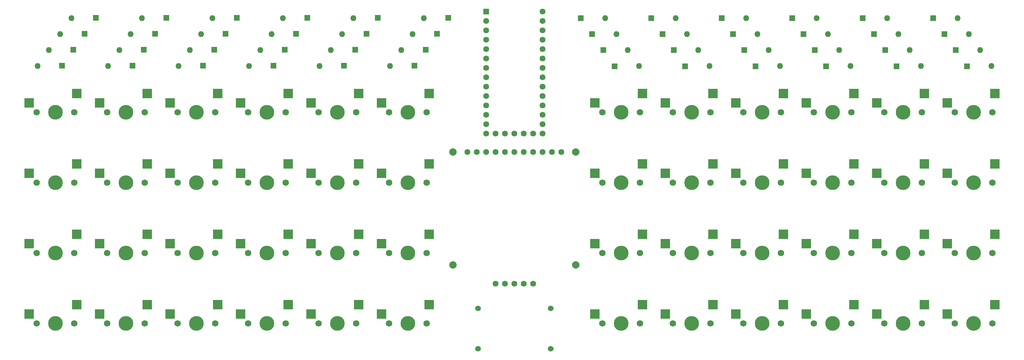
<source format=gbs>
%TF.GenerationSoftware,KiCad,Pcbnew,(6.0.4-0)*%
%TF.CreationDate,2022-06-19T23:04:27+01:00*%
%TF.ProjectId,slimy,736c696d-792e-46b6-9963-61645f706362,rev?*%
%TF.SameCoordinates,Original*%
%TF.FileFunction,Soldermask,Bot*%
%TF.FilePolarity,Negative*%
%FSLAX46Y46*%
G04 Gerber Fmt 4.6, Leading zero omitted, Abs format (unit mm)*
G04 Created by KiCad (PCBNEW (6.0.4-0)) date 2022-06-19 23:04:27*
%MOMM*%
%LPD*%
G01*
G04 APERTURE LIST*
%ADD10R,2.550000X2.500000*%
%ADD11C,1.750000*%
%ADD12C,3.987800*%
%ADD13R,1.600000X1.600000*%
%ADD14O,1.600000X1.600000*%
%ADD15C,1.524000*%
%ADD16C,1.600000*%
%ADD17C,2.000000*%
G04 APERTURE END LIST*
D10*
%TO.C,K35*%
X288440800Y-149885400D03*
D11*
X287705800Y-154965400D03*
D10*
X275540800Y-152425400D03*
D12*
X282625800Y-154965400D03*
D11*
X277545800Y-154965400D03*
%TD*%
D10*
%TO.C,K31*%
X269390800Y-149885400D03*
D11*
X268655800Y-154965400D03*
D10*
X256490800Y-152425400D03*
D12*
X263575800Y-154965400D03*
D11*
X258495800Y-154965400D03*
%TD*%
D10*
%TO.C,K12*%
X135531200Y-168935400D03*
D11*
X134796200Y-174015400D03*
D10*
X122631200Y-171475400D03*
D12*
X129716200Y-174015400D03*
D11*
X124636200Y-174015400D03*
%TD*%
D10*
%TO.C,K19*%
X173631200Y-149885400D03*
D11*
X172896200Y-154965400D03*
D10*
X160731200Y-152425400D03*
D12*
X167816200Y-154965400D03*
D11*
X162736200Y-154965400D03*
%TD*%
D10*
%TO.C,K45*%
X345590800Y-111785400D03*
D11*
X344855800Y-116865400D03*
D10*
X332690800Y-114325400D03*
D12*
X339775800Y-116865400D03*
D11*
X334695800Y-116865400D03*
%TD*%
D10*
%TO.C,K9*%
X135531200Y-111785400D03*
D11*
X134796200Y-116865400D03*
D10*
X122631200Y-114325400D03*
D12*
X129716200Y-116865400D03*
D11*
X124636200Y-116865400D03*
%TD*%
D10*
%TO.C,K20*%
X173631200Y-168935400D03*
D11*
X172896200Y-174015400D03*
D10*
X160731200Y-171475400D03*
D12*
X167816200Y-174015400D03*
D11*
X162736200Y-174015400D03*
%TD*%
D10*
%TO.C,K44*%
X326540800Y-168935400D03*
D11*
X325805800Y-174015400D03*
D10*
X313640800Y-171475400D03*
D12*
X320725800Y-174015400D03*
D11*
X315645800Y-174015400D03*
%TD*%
D10*
%TO.C,K4*%
X97431200Y-168935400D03*
D11*
X96696200Y-174015400D03*
D10*
X84531200Y-171475400D03*
D12*
X91616200Y-174015400D03*
D11*
X86536200Y-174015400D03*
%TD*%
D10*
%TO.C,K39*%
X307490800Y-149885400D03*
D11*
X306755800Y-154965400D03*
D10*
X294590800Y-152425400D03*
D12*
X301675800Y-154965400D03*
D11*
X296595800Y-154965400D03*
%TD*%
D10*
%TO.C,K5*%
X116481200Y-111785400D03*
D11*
X115746200Y-116865400D03*
D10*
X103581200Y-114325400D03*
D12*
X110666200Y-116865400D03*
D11*
X105586200Y-116865400D03*
%TD*%
D10*
%TO.C,K16*%
X154581200Y-168935400D03*
D11*
X153846200Y-174015400D03*
D10*
X141681200Y-171475400D03*
D12*
X148766200Y-174015400D03*
D11*
X143686200Y-174015400D03*
%TD*%
D10*
%TO.C,K47*%
X345590800Y-149885400D03*
D11*
X344855800Y-154965400D03*
D10*
X332690800Y-152425400D03*
D12*
X339775800Y-154965400D03*
D11*
X334695800Y-154965400D03*
%TD*%
D10*
%TO.C,K7*%
X116481200Y-149885400D03*
D11*
X115746200Y-154965400D03*
D10*
X103581200Y-152425400D03*
D12*
X110666200Y-154965400D03*
D11*
X105586200Y-154965400D03*
%TD*%
D10*
%TO.C,K24*%
X192681200Y-168935400D03*
D11*
X191946200Y-174015400D03*
D10*
X179781200Y-171475400D03*
D12*
X186866200Y-174015400D03*
D11*
X181786200Y-174015400D03*
%TD*%
D10*
%TO.C,K30*%
X269390800Y-130835400D03*
D11*
X268655800Y-135915400D03*
D10*
X256490800Y-133375400D03*
D12*
X263575800Y-135915400D03*
D11*
X258495800Y-135915400D03*
%TD*%
D10*
%TO.C,K41*%
X326540800Y-111785400D03*
D11*
X325805800Y-116865400D03*
D10*
X313640800Y-114325400D03*
D12*
X320725800Y-116865400D03*
D11*
X315645800Y-116865400D03*
%TD*%
D10*
%TO.C,K25*%
X250340800Y-111785400D03*
D11*
X249605800Y-116865400D03*
D10*
X237440800Y-114325400D03*
D12*
X244525800Y-116865400D03*
D11*
X239445800Y-116865400D03*
%TD*%
D10*
%TO.C,K6*%
X116481200Y-130835400D03*
D11*
X115746200Y-135915400D03*
D10*
X103581200Y-133375400D03*
D12*
X110666200Y-135915400D03*
D11*
X105586200Y-135915400D03*
%TD*%
D10*
%TO.C,K14*%
X154581200Y-130835400D03*
D11*
X153846200Y-135915400D03*
D10*
X141681200Y-133375400D03*
D12*
X148766200Y-135915400D03*
D11*
X143686200Y-135915400D03*
%TD*%
D10*
%TO.C,K3*%
X97431200Y-149885400D03*
D11*
X96696200Y-154965400D03*
D10*
X84531200Y-152425400D03*
D12*
X91616200Y-154965400D03*
D11*
X86536200Y-154965400D03*
%TD*%
D10*
%TO.C,K48*%
X345590800Y-168935400D03*
D11*
X344855800Y-174015400D03*
D10*
X332690800Y-171475400D03*
D12*
X339775800Y-174015400D03*
D11*
X334695800Y-174015400D03*
%TD*%
D10*
%TO.C,K38*%
X307490800Y-130835400D03*
D11*
X306755800Y-135915400D03*
D10*
X294590800Y-133375400D03*
D12*
X301675800Y-135915400D03*
D11*
X296595800Y-135915400D03*
%TD*%
D10*
%TO.C,K32*%
X269390800Y-168935400D03*
D11*
X268655800Y-174015400D03*
D10*
X256490800Y-171475400D03*
D12*
X263575800Y-174015400D03*
D11*
X258495800Y-174015400D03*
%TD*%
D10*
%TO.C,K29*%
X269390800Y-111785400D03*
D11*
X268655800Y-116865400D03*
D10*
X256490800Y-114325400D03*
D12*
X263575800Y-116865400D03*
D11*
X258495800Y-116865400D03*
%TD*%
D10*
%TO.C,K26*%
X250340800Y-130835400D03*
D11*
X249605800Y-135915400D03*
D10*
X237440800Y-133375400D03*
D12*
X244525800Y-135915400D03*
D11*
X239445800Y-135915400D03*
%TD*%
D10*
%TO.C,K10*%
X135531200Y-130835400D03*
D11*
X134796200Y-135915400D03*
D10*
X122631200Y-133375400D03*
D12*
X129716200Y-135915400D03*
D11*
X124636200Y-135915400D03*
%TD*%
D10*
%TO.C,K18*%
X173631200Y-130835400D03*
D11*
X172896200Y-135915400D03*
D10*
X160731200Y-133375400D03*
D12*
X167816200Y-135915400D03*
D11*
X162736200Y-135915400D03*
%TD*%
D10*
%TO.C,K43*%
X326540800Y-149885400D03*
D11*
X325805800Y-154965400D03*
D10*
X313640800Y-152425400D03*
D12*
X320725800Y-154965400D03*
D11*
X315645800Y-154965400D03*
%TD*%
D10*
%TO.C,K1*%
X97431200Y-111785400D03*
D11*
X96696200Y-116865400D03*
D10*
X84531200Y-114325400D03*
D12*
X91616200Y-116865400D03*
D11*
X86536200Y-116865400D03*
%TD*%
D10*
%TO.C,K15*%
X154581200Y-149885400D03*
D11*
X153846200Y-154965400D03*
D10*
X141681200Y-152425400D03*
D12*
X148766200Y-154965400D03*
D11*
X143686200Y-154965400D03*
%TD*%
D10*
%TO.C,K33*%
X288440800Y-111785400D03*
D11*
X287705800Y-116865400D03*
D10*
X275540800Y-114325400D03*
D12*
X282625800Y-116865400D03*
D11*
X277545800Y-116865400D03*
%TD*%
D10*
%TO.C,K23*%
X192681200Y-149885400D03*
D11*
X191946200Y-154965400D03*
D10*
X179781200Y-152425400D03*
D12*
X186866200Y-154965400D03*
D11*
X181786200Y-154965400D03*
%TD*%
D10*
%TO.C,K11*%
X135531200Y-149885400D03*
D11*
X134796200Y-154965400D03*
D10*
X122631200Y-152425400D03*
D12*
X129716200Y-154965400D03*
D11*
X124636200Y-154965400D03*
%TD*%
D10*
%TO.C,K27*%
X250340800Y-149885400D03*
D11*
X249605800Y-154965400D03*
D10*
X237440800Y-152425400D03*
D12*
X244525800Y-154965400D03*
D11*
X239445800Y-154965400D03*
%TD*%
D10*
%TO.C,K8*%
X116481200Y-168935400D03*
D11*
X115746200Y-174015400D03*
D10*
X103581200Y-171475400D03*
D12*
X110666200Y-174015400D03*
D11*
X105586200Y-174015400D03*
%TD*%
D10*
%TO.C,K2*%
X97431200Y-130835400D03*
D11*
X96696200Y-135915400D03*
D10*
X84531200Y-133375400D03*
D12*
X91616200Y-135915400D03*
D11*
X86536200Y-135915400D03*
%TD*%
D10*
%TO.C,K36*%
X288440800Y-168935400D03*
D11*
X287705800Y-174015400D03*
D10*
X275540800Y-171475400D03*
D12*
X282625800Y-174015400D03*
D11*
X277545800Y-174015400D03*
%TD*%
D10*
%TO.C,K13*%
X154581200Y-111785400D03*
D11*
X153846200Y-116865400D03*
D10*
X141681200Y-114325400D03*
D12*
X148766200Y-116865400D03*
D11*
X143686200Y-116865400D03*
%TD*%
D10*
%TO.C,K42*%
X326540800Y-130835400D03*
D11*
X325805800Y-135915400D03*
D10*
X313640800Y-133375400D03*
D12*
X320725800Y-135915400D03*
D11*
X315645800Y-135915400D03*
%TD*%
D10*
%TO.C,K34*%
X288440800Y-130835400D03*
D11*
X287705800Y-135915400D03*
D10*
X275540800Y-133375400D03*
D12*
X282625800Y-135915400D03*
D11*
X277545800Y-135915400D03*
%TD*%
D10*
%TO.C,K40*%
X307490800Y-168935400D03*
D11*
X306755800Y-174015400D03*
D10*
X294590800Y-171475400D03*
D12*
X301675800Y-174015400D03*
D11*
X296595800Y-174015400D03*
%TD*%
D10*
%TO.C,K37*%
X307490800Y-111785400D03*
D11*
X306755800Y-116865400D03*
D10*
X294590800Y-114325400D03*
D12*
X301675800Y-116865400D03*
D11*
X296595800Y-116865400D03*
%TD*%
D10*
%TO.C,K28*%
X250340800Y-168935400D03*
D11*
X249605800Y-174015400D03*
D10*
X237440800Y-171475400D03*
D12*
X244525800Y-174015400D03*
D11*
X239445800Y-174015400D03*
%TD*%
D10*
%TO.C,K17*%
X173631200Y-111785400D03*
D11*
X172896200Y-116865400D03*
D10*
X160731200Y-114325400D03*
D12*
X167816200Y-116865400D03*
D11*
X162736200Y-116865400D03*
%TD*%
D10*
%TO.C,K22*%
X192681200Y-130835400D03*
D11*
X191946200Y-135915400D03*
D10*
X179781200Y-133375400D03*
D12*
X186866200Y-135915400D03*
D11*
X181786200Y-135915400D03*
%TD*%
D10*
%TO.C,K21*%
X192681200Y-111785400D03*
D11*
X191946200Y-116865400D03*
D10*
X179781200Y-114325400D03*
D12*
X186866200Y-116865400D03*
D11*
X181786200Y-116865400D03*
%TD*%
D10*
%TO.C,K46*%
X345590800Y-130835400D03*
D11*
X344855800Y-135915400D03*
D10*
X332690800Y-133375400D03*
D12*
X339775800Y-135915400D03*
D11*
X334695800Y-135915400D03*
%TD*%
D13*
%TO.C,D26*%
X239701800Y-100029480D03*
D14*
X246301800Y-99979480D03*
%TD*%
D13*
%TO.C,D28*%
X233605800Y-91373160D03*
D14*
X240205800Y-91323160D03*
%TD*%
D13*
%TO.C,D41*%
X318949800Y-104357640D03*
D14*
X325549800Y-104307640D03*
%TD*%
D13*
%TO.C,D39*%
X293803800Y-95701320D03*
D14*
X300403800Y-95651320D03*
%TD*%
D13*
%TO.C,D33*%
X280849800Y-104357640D03*
D14*
X287449800Y-104307640D03*
%TD*%
D13*
%TO.C,D1*%
X93392200Y-104257640D03*
D14*
X86792200Y-104307640D03*
%TD*%
D13*
%TO.C,D47*%
X331903800Y-95701320D03*
D14*
X338503800Y-95651320D03*
%TD*%
D13*
%TO.C,D25*%
X242749800Y-104357640D03*
D14*
X249349800Y-104307640D03*
%TD*%
D13*
%TO.C,D45*%
X337999800Y-104357640D03*
D14*
X344599800Y-104307640D03*
%TD*%
D13*
%TO.C,D44*%
X309805800Y-91373160D03*
D14*
X316405800Y-91323160D03*
%TD*%
D13*
%TO.C,D8*%
X121586200Y-91273160D03*
D14*
X114986200Y-91323160D03*
%TD*%
D13*
%TO.C,D37*%
X299899800Y-104357640D03*
D14*
X306499800Y-104307640D03*
%TD*%
D13*
%TO.C,D13*%
X150542200Y-104257640D03*
D14*
X143942200Y-104307640D03*
%TD*%
D13*
%TO.C,D31*%
X255703800Y-95701320D03*
D14*
X262303800Y-95651320D03*
%TD*%
D15*
%TO.C,U3*%
X225495200Y-169911600D03*
X225495200Y-180811600D03*
X205895200Y-169911600D03*
X205895200Y-180811600D03*
D16*
X220775200Y-163211600D03*
X218235200Y-163211600D03*
X215695200Y-163211600D03*
X213155200Y-163211600D03*
X210615200Y-163211600D03*
%TD*%
D13*
%TO.C,D35*%
X274753800Y-95701320D03*
D14*
X281353800Y-95651320D03*
%TD*%
D13*
%TO.C,D11*%
X137588200Y-95601320D03*
D14*
X130988200Y-95651320D03*
%TD*%
D13*
%TO.C,D34*%
X277801800Y-100029480D03*
D14*
X284401800Y-99979480D03*
%TD*%
D13*
%TO.C,D19*%
X175688200Y-95601320D03*
D14*
X169088200Y-95651320D03*
%TD*%
D13*
%TO.C,D29*%
X261799800Y-104357640D03*
D14*
X268399800Y-104307640D03*
%TD*%
D13*
%TO.C,D2*%
X96440200Y-99929480D03*
D14*
X89840200Y-99979480D03*
%TD*%
D13*
%TO.C,D6*%
X115490200Y-99929480D03*
D14*
X108890200Y-99979480D03*
%TD*%
D13*
%TO.C,D10*%
X134540200Y-99929480D03*
D14*
X127940200Y-99979480D03*
%TD*%
D13*
%TO.C,D9*%
X131492200Y-104257640D03*
D14*
X124892200Y-104307640D03*
%TD*%
D13*
%TO.C,D38*%
X296851800Y-100029480D03*
D14*
X303451800Y-99979480D03*
%TD*%
D13*
%TO.C,D20*%
X178736200Y-91273160D03*
D14*
X172136200Y-91323160D03*
%TD*%
D13*
%TO.C,D21*%
X188642200Y-104257640D03*
D14*
X182042200Y-104307640D03*
%TD*%
D13*
%TO.C,D23*%
X194738200Y-95601320D03*
D14*
X188138200Y-95651320D03*
%TD*%
D13*
%TO.C,D15*%
X156638200Y-95601320D03*
D14*
X150038200Y-95651320D03*
%TD*%
D13*
%TO.C,D46*%
X334951800Y-100029480D03*
D14*
X341551800Y-99979480D03*
%TD*%
D13*
%TO.C,U1*%
X208075200Y-89560400D03*
D16*
X208075200Y-92100400D03*
X208075200Y-94640400D03*
X208075200Y-97180400D03*
X208075200Y-99720400D03*
X208075200Y-102260400D03*
X208075200Y-104800400D03*
X208075200Y-107340400D03*
X208075200Y-109880400D03*
X208075200Y-112420400D03*
X208075200Y-114960400D03*
X208075200Y-117500400D03*
X208075200Y-120040400D03*
X208075200Y-122580400D03*
X210615200Y-122580400D03*
X213155200Y-122580400D03*
X215695200Y-122580400D03*
X218235200Y-122580400D03*
X220775200Y-122580400D03*
X223315200Y-122580400D03*
X223315200Y-120040400D03*
X223315200Y-117500400D03*
X223315200Y-114960400D03*
X223315200Y-112420400D03*
X223315200Y-109880400D03*
X223315200Y-107340400D03*
X223315200Y-104800400D03*
X223315200Y-102260400D03*
X223315200Y-99720400D03*
X223315200Y-97180400D03*
X223315200Y-94640400D03*
X223315200Y-92100400D03*
X223315200Y-89560400D03*
%TD*%
D17*
%TO.C,U2*%
X232255200Y-127559760D03*
X199135200Y-158159760D03*
X232255200Y-158159760D03*
X199135200Y-127559760D03*
D16*
X228395200Y-127559760D03*
X225855200Y-127559760D03*
X223315200Y-127559760D03*
X220775200Y-127559760D03*
X218235200Y-127559760D03*
X215695200Y-127559760D03*
X213155200Y-127559760D03*
X210615200Y-127559760D03*
X208075200Y-127559760D03*
X205535200Y-127559760D03*
X202995200Y-127559760D03*
%TD*%
D13*
%TO.C,D4*%
X102536200Y-91273160D03*
D14*
X95936200Y-91323160D03*
%TD*%
D13*
%TO.C,D42*%
X315901800Y-100029480D03*
D14*
X322501800Y-99979480D03*
%TD*%
D13*
%TO.C,D5*%
X112442200Y-104257640D03*
D14*
X105842200Y-104307640D03*
%TD*%
D13*
%TO.C,D12*%
X140636200Y-91273160D03*
D14*
X134036200Y-91323160D03*
%TD*%
D13*
%TO.C,D40*%
X290755800Y-91373160D03*
D14*
X297355800Y-91323160D03*
%TD*%
D13*
%TO.C,D18*%
X172640200Y-99929480D03*
D14*
X166040200Y-99979480D03*
%TD*%
D13*
%TO.C,D48*%
X328855800Y-91373160D03*
D14*
X335455800Y-91323160D03*
%TD*%
D13*
%TO.C,D3*%
X99488200Y-95601320D03*
D14*
X92888200Y-95651320D03*
%TD*%
D13*
%TO.C,D27*%
X236653800Y-95701320D03*
D14*
X243253800Y-95651320D03*
%TD*%
D13*
%TO.C,D22*%
X191690200Y-99929480D03*
D14*
X185090200Y-99979480D03*
%TD*%
D13*
%TO.C,D7*%
X118538200Y-95601320D03*
D14*
X111938200Y-95651320D03*
%TD*%
D13*
%TO.C,D14*%
X153590200Y-99929480D03*
D14*
X146990200Y-99979480D03*
%TD*%
D13*
%TO.C,D43*%
X312853800Y-95701320D03*
D14*
X319453800Y-95651320D03*
%TD*%
D13*
%TO.C,D36*%
X271705800Y-91373160D03*
D14*
X278305800Y-91323160D03*
%TD*%
D13*
%TO.C,D17*%
X169592200Y-104257640D03*
D14*
X162992200Y-104307640D03*
%TD*%
D13*
%TO.C,D16*%
X159686200Y-91273160D03*
D14*
X153086200Y-91323160D03*
%TD*%
D13*
%TO.C,D24*%
X197786200Y-91273160D03*
D14*
X191186200Y-91323160D03*
%TD*%
D13*
%TO.C,D30*%
X258751800Y-100029480D03*
D14*
X265351800Y-99979480D03*
%TD*%
D13*
%TO.C,D32*%
X252655800Y-91373160D03*
D14*
X259255800Y-91323160D03*
%TD*%
M02*

</source>
